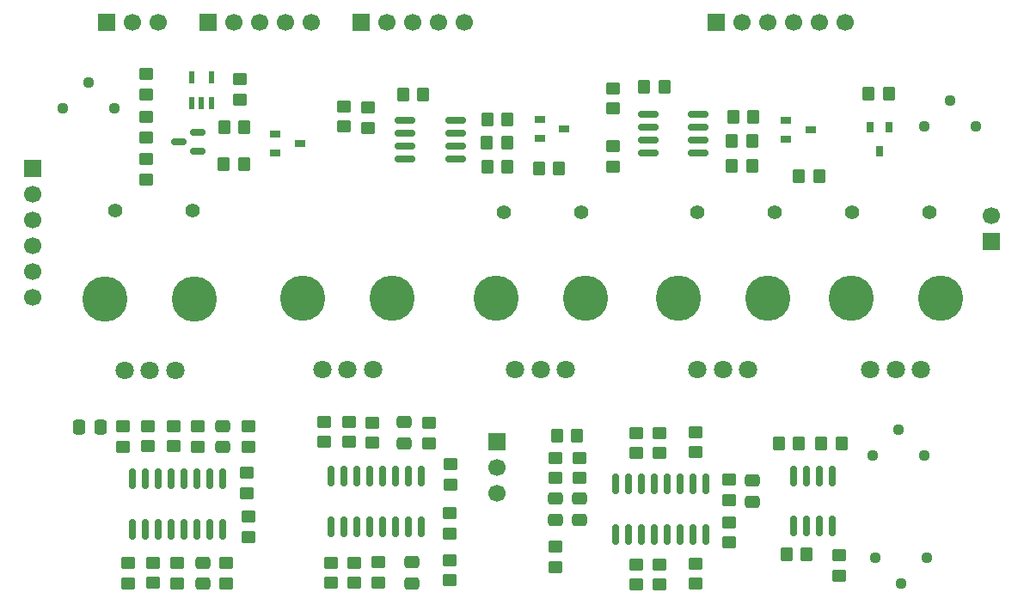
<source format=gbr>
%TF.GenerationSoftware,KiCad,Pcbnew,9.0.3*%
%TF.CreationDate,2025-10-30T19:41:25+09:00*%
%TF.ProjectId,VCF_VCABoard,5643465f-5643-4414-926f-6172642e6b69,rev?*%
%TF.SameCoordinates,Original*%
%TF.FileFunction,Soldermask,Top*%
%TF.FilePolarity,Negative*%
%FSLAX46Y46*%
G04 Gerber Fmt 4.6, Leading zero omitted, Abs format (unit mm)*
G04 Created by KiCad (PCBNEW 9.0.3) date 2025-10-30 19:41:25*
%MOMM*%
%LPD*%
G01*
G04 APERTURE LIST*
G04 Aperture macros list*
%AMRoundRect*
0 Rectangle with rounded corners*
0 $1 Rounding radius*
0 $2 $3 $4 $5 $6 $7 $8 $9 X,Y pos of 4 corners*
0 Add a 4 corners polygon primitive as box body*
4,1,4,$2,$3,$4,$5,$6,$7,$8,$9,$2,$3,0*
0 Add four circle primitives for the rounded corners*
1,1,$1+$1,$2,$3*
1,1,$1+$1,$4,$5*
1,1,$1+$1,$6,$7*
1,1,$1+$1,$8,$9*
0 Add four rect primitives between the rounded corners*
20,1,$1+$1,$2,$3,$4,$5,0*
20,1,$1+$1,$4,$5,$6,$7,0*
20,1,$1+$1,$6,$7,$8,$9,0*
20,1,$1+$1,$8,$9,$2,$3,0*%
G04 Aperture macros list end*
%ADD10C,1.400000*%
%ADD11RoundRect,0.250000X0.350000X0.450000X-0.350000X0.450000X-0.350000X-0.450000X0.350000X-0.450000X0*%
%ADD12RoundRect,0.250000X0.475000X-0.337500X0.475000X0.337500X-0.475000X0.337500X-0.475000X-0.337500X0*%
%ADD13C,1.800000*%
%ADD14C,4.455000*%
%ADD15RoundRect,0.250000X0.450000X-0.350000X0.450000X0.350000X-0.450000X0.350000X-0.450000X-0.350000X0*%
%ADD16R,1.000000X0.800000*%
%ADD17C,1.120000*%
%ADD18RoundRect,0.250000X-0.450000X0.350000X-0.450000X-0.350000X0.450000X-0.350000X0.450000X0.350000X0*%
%ADD19RoundRect,0.250000X-0.350000X-0.450000X0.350000X-0.450000X0.350000X0.450000X-0.350000X0.450000X0*%
%ADD20R,1.700000X1.700000*%
%ADD21C,1.700000*%
%ADD22RoundRect,0.250000X-0.475000X0.337500X-0.475000X-0.337500X0.475000X-0.337500X0.475000X0.337500X0*%
%ADD23RoundRect,0.150000X-0.825000X-0.150000X0.825000X-0.150000X0.825000X0.150000X-0.825000X0.150000X0*%
%ADD24R,0.600000X1.200000*%
%ADD25RoundRect,0.150000X0.150000X-0.825000X0.150000X0.825000X-0.150000X0.825000X-0.150000X-0.825000X0*%
%ADD26RoundRect,0.150000X0.587500X0.150000X-0.587500X0.150000X-0.587500X-0.150000X0.587500X-0.150000X0*%
%ADD27RoundRect,0.250000X-0.337500X-0.475000X0.337500X-0.475000X0.337500X0.475000X-0.337500X0.475000X0*%
%ADD28R,0.800000X1.000000*%
G04 APERTURE END LIST*
D10*
%TO.C,R36*%
X142715000Y-106657000D03*
X135095000Y-106657000D03*
%TD*%
D11*
%TO.C,R80*%
X149359000Y-129488000D03*
X147359000Y-129488000D03*
%TD*%
D12*
%TO.C,C4*%
X88392000Y-129812500D03*
X88392000Y-127737500D03*
%TD*%
D13*
%TO.C,VR12*%
X98183000Y-122166000D03*
X100683000Y-122166000D03*
X103183000Y-122166000D03*
D14*
X96283000Y-115166000D03*
X105083000Y-115166000D03*
%TD*%
D15*
%TO.C,R46*%
X90058000Y-95581000D03*
X90058000Y-93581000D03*
%TD*%
%TO.C,R29*%
X90805000Y-134347000D03*
X90805000Y-132347000D03*
%TD*%
D16*
%TO.C,Q5*%
X119636000Y-97533000D03*
X119636000Y-99433000D03*
X122036000Y-98483000D03*
%TD*%
D17*
%TO.C,VR17*%
X152400000Y-130660000D03*
X154940000Y-128120000D03*
X157480000Y-130660000D03*
%TD*%
D16*
%TO.C,Q4*%
X143876000Y-97594000D03*
X143876000Y-99494000D03*
X146276000Y-98544000D03*
%TD*%
D15*
%TO.C,R64*%
X138303000Y-135047000D03*
X138303000Y-133047000D03*
%TD*%
%TO.C,R30*%
X110871000Y-133526000D03*
X110871000Y-131526000D03*
%TD*%
D10*
%TO.C,R37*%
X157955000Y-106657000D03*
X150335000Y-106657000D03*
%TD*%
D18*
%TO.C,R27*%
X90932000Y-127794000D03*
X90932000Y-129794000D03*
%TD*%
D13*
%TO.C,VR15*%
X135140000Y-122166000D03*
X137640000Y-122166000D03*
X140140000Y-122166000D03*
D14*
X133240000Y-115166000D03*
X142040000Y-115166000D03*
%TD*%
D19*
%TO.C,R60*%
X129925000Y-94353000D03*
X131925000Y-94353000D03*
%TD*%
D20*
%TO.C,J4*%
X87000000Y-88000000D03*
D21*
X89540000Y-88000000D03*
X92080000Y-88000000D03*
X94620000Y-88000000D03*
X97160000Y-88000000D03*
%TD*%
D18*
%TO.C,R28*%
X108712000Y-127462000D03*
X108712000Y-129462000D03*
%TD*%
D13*
%TO.C,VR25*%
X117188000Y-122151000D03*
X119688000Y-122151000D03*
X122188000Y-122151000D03*
D14*
X115288000Y-115151000D03*
X124088000Y-115151000D03*
%TD*%
D15*
%TO.C,R71*%
X121158000Y-141651000D03*
X121158000Y-139651000D03*
%TD*%
D19*
%TO.C,R83*%
X114445000Y-97528000D03*
X116445000Y-97528000D03*
%TD*%
%TO.C,R78*%
X106144000Y-95115000D03*
X108144000Y-95115000D03*
%TD*%
D15*
%TO.C,R87*%
X103759000Y-143178000D03*
X103759000Y-141178000D03*
%TD*%
D22*
%TO.C,C10*%
X107061000Y-141181000D03*
X107061000Y-143256000D03*
%TD*%
D23*
%TO.C,U3*%
X130309000Y-97053000D03*
X130309000Y-98323000D03*
X130309000Y-99593000D03*
X130309000Y-100863000D03*
X135259000Y-100863000D03*
X135259000Y-99593000D03*
X135259000Y-98323000D03*
X135259000Y-97053000D03*
%TD*%
D15*
%TO.C,R52*%
X126845000Y-102211000D03*
X126845000Y-100211000D03*
%TD*%
D24*
%TO.C,IC1*%
X85364000Y-95942000D03*
X86314000Y-95942000D03*
X87264000Y-95942000D03*
X87264000Y-93442000D03*
X85364000Y-93442000D03*
%TD*%
D20*
%TO.C,J3*%
X77000000Y-88000000D03*
D21*
X79540000Y-88000000D03*
X82080000Y-88000000D03*
%TD*%
D18*
%TO.C,R58*%
X131445000Y-128413000D03*
X131445000Y-130413000D03*
%TD*%
D11*
%TO.C,R56*%
X123301000Y-128713000D03*
X121301000Y-128713000D03*
%TD*%
D15*
%TO.C,R92*%
X88773000Y-143240000D03*
X88773000Y-141240000D03*
%TD*%
D13*
%TO.C,VR11*%
X152158000Y-122166000D03*
X154658000Y-122166000D03*
X157158000Y-122166000D03*
D14*
X150258000Y-115166000D03*
X159058000Y-115166000D03*
%TD*%
D18*
%TO.C,R93*%
X110744000Y-136352000D03*
X110744000Y-138352000D03*
%TD*%
%TO.C,R3*%
X98425000Y-127335000D03*
X98425000Y-129335000D03*
%TD*%
%TO.C,R26*%
X100838000Y-127335000D03*
X100838000Y-129335000D03*
%TD*%
D25*
%TO.C,U2*%
X79502000Y-137919000D03*
X80772000Y-137919000D03*
X82042000Y-137919000D03*
X83312000Y-137919000D03*
X84582000Y-137919000D03*
X85852000Y-137919000D03*
X87122000Y-137919000D03*
X88392000Y-137919000D03*
X88392000Y-132969000D03*
X87122000Y-132969000D03*
X85852000Y-132969000D03*
X84582000Y-132969000D03*
X83312000Y-132969000D03*
X82042000Y-132969000D03*
X80772000Y-132969000D03*
X79502000Y-132969000D03*
%TD*%
D11*
%TO.C,R84*%
X145930000Y-140410000D03*
X143930000Y-140410000D03*
%TD*%
%TO.C,R86*%
X121541000Y-102354000D03*
X119541000Y-102354000D03*
%TD*%
D15*
%TO.C,R91*%
X110744000Y-142970000D03*
X110744000Y-140970000D03*
%TD*%
D11*
%TO.C,R49*%
X90523000Y-101973000D03*
X88523000Y-101973000D03*
%TD*%
D12*
%TO.C,C8*%
X106299000Y-129434500D03*
X106299000Y-127359500D03*
%TD*%
D18*
%TO.C,R63*%
X135001000Y-128332000D03*
X135001000Y-130332000D03*
%TD*%
D20*
%TO.C,J6*%
X137000000Y-88000000D03*
D21*
X139540000Y-88000000D03*
X142080000Y-88000000D03*
X144620000Y-88000000D03*
X147160000Y-88000000D03*
X149700000Y-88000000D03*
%TD*%
D15*
%TO.C,R77*%
X138303000Y-139238000D03*
X138303000Y-137238000D03*
%TD*%
D17*
%TO.C,VR16*%
X157734000Y-140768000D03*
X155194000Y-143308000D03*
X152654000Y-140768000D03*
%TD*%
D20*
%TO.C,J10*%
X164084000Y-109601000D03*
D21*
X164084000Y-107061000D03*
%TD*%
D15*
%TO.C,R74*%
X100330000Y-98266000D03*
X100330000Y-96266000D03*
%TD*%
%TO.C,R75*%
X135001000Y-143302000D03*
X135001000Y-141302000D03*
%TD*%
D23*
%TO.C,U4*%
X106366000Y-97655000D03*
X106366000Y-98925000D03*
X106366000Y-100195000D03*
X106366000Y-101465000D03*
X111316000Y-101465000D03*
X111316000Y-100195000D03*
X111316000Y-98925000D03*
X111316000Y-97655000D03*
%TD*%
D18*
%TO.C,R14*%
X83566000Y-127759000D03*
X83566000Y-129759000D03*
%TD*%
%TO.C,R54*%
X121158000Y-130888000D03*
X121158000Y-132888000D03*
%TD*%
%TO.C,R59*%
X129159000Y-128413000D03*
X129159000Y-130413000D03*
%TD*%
D19*
%TO.C,R85*%
X143168000Y-129488000D03*
X145168000Y-129488000D03*
%TD*%
D15*
%TO.C,R57*%
X126873000Y-96488000D03*
X126873000Y-94488000D03*
%TD*%
D25*
%TO.C,U8*%
X127127000Y-138427000D03*
X128397000Y-138427000D03*
X129667000Y-138427000D03*
X130937000Y-138427000D03*
X132207000Y-138427000D03*
X133477000Y-138427000D03*
X134747000Y-138427000D03*
X136017000Y-138427000D03*
X136017000Y-133477000D03*
X134747000Y-133477000D03*
X133477000Y-133477000D03*
X132207000Y-133477000D03*
X130937000Y-133477000D03*
X129667000Y-133477000D03*
X128397000Y-133477000D03*
X127127000Y-133477000D03*
%TD*%
D15*
%TO.C,R90*%
X81534000Y-143224000D03*
X81534000Y-141224000D03*
%TD*%
D18*
%TO.C,R18*%
X81026000Y-127759000D03*
X81026000Y-129759000D03*
%TD*%
D12*
%TO.C,C5*%
X123571000Y-136989500D03*
X123571000Y-134914500D03*
%TD*%
D18*
%TO.C,R31*%
X99060000Y-141224000D03*
X99060000Y-143224000D03*
%TD*%
D11*
%TO.C,R62*%
X140545000Y-102100000D03*
X138545000Y-102100000D03*
%TD*%
D26*
%TO.C,Q7*%
X85951000Y-100703000D03*
X85951000Y-98803000D03*
X84076000Y-99753000D03*
%TD*%
D13*
%TO.C,VR13*%
X78707000Y-122279000D03*
X81207000Y-122279000D03*
X83707000Y-122279000D03*
D14*
X76807000Y-115279000D03*
X85607000Y-115279000D03*
%TD*%
D18*
%TO.C,R15*%
X103124000Y-127397000D03*
X103124000Y-129397000D03*
%TD*%
D11*
%TO.C,R50*%
X90553000Y-98290000D03*
X88553000Y-98290000D03*
%TD*%
D20*
%TO.C,J2*%
X102000000Y-88000000D03*
D21*
X104540000Y-88000000D03*
X107080000Y-88000000D03*
X109620000Y-88000000D03*
X112160000Y-88000000D03*
%TD*%
D27*
%TO.C,C3*%
X74273500Y-127889000D03*
X76348500Y-127889000D03*
%TD*%
D15*
%TO.C,R89*%
X101346000Y-143224000D03*
X101346000Y-141224000D03*
%TD*%
D22*
%TO.C,C11*%
X86487000Y-141202500D03*
X86487000Y-143277500D03*
%TD*%
D15*
%TO.C,R72*%
X131445000Y-143367000D03*
X131445000Y-141367000D03*
%TD*%
D20*
%TO.C,J7*%
X115443000Y-129299000D03*
D21*
X115443000Y-131839000D03*
X115443000Y-134379000D03*
%TD*%
D15*
%TO.C,R79*%
X149098000Y-142478000D03*
X149098000Y-140478000D03*
%TD*%
D16*
%TO.C,Q3*%
X93584000Y-98991000D03*
X93584000Y-100891000D03*
X95984000Y-99941000D03*
%TD*%
D12*
%TO.C,C6*%
X121158000Y-136989500D03*
X121158000Y-134914500D03*
%TD*%
D11*
%TO.C,R81*%
X116429000Y-99814000D03*
X114429000Y-99814000D03*
%TD*%
D12*
%TO.C,C7*%
X140589000Y-135211500D03*
X140589000Y-133136500D03*
%TD*%
D15*
%TO.C,R51*%
X80871000Y-103465000D03*
X80871000Y-101465000D03*
%TD*%
D25*
%TO.C,U5*%
X99060000Y-137662000D03*
X100330000Y-137662000D03*
X101600000Y-137662000D03*
X102870000Y-137662000D03*
X104140000Y-137662000D03*
X105410000Y-137662000D03*
X106680000Y-137662000D03*
X107950000Y-137662000D03*
X107950000Y-132712000D03*
X106680000Y-132712000D03*
X105410000Y-132712000D03*
X104140000Y-132712000D03*
X102870000Y-132712000D03*
X101600000Y-132712000D03*
X100330000Y-132712000D03*
X99060000Y-132712000D03*
%TD*%
D11*
%TO.C,R82*%
X116445000Y-102227000D03*
X114445000Y-102227000D03*
%TD*%
D15*
%TO.C,R88*%
X83947000Y-143240000D03*
X83947000Y-141240000D03*
%TD*%
%TO.C,R73*%
X129159000Y-143367000D03*
X129159000Y-141367000D03*
%TD*%
D25*
%TO.C,U6*%
X144653000Y-137616000D03*
X145923000Y-137616000D03*
X147193000Y-137616000D03*
X148463000Y-137616000D03*
X148463000Y-132666000D03*
X147193000Y-132666000D03*
X145923000Y-132666000D03*
X144653000Y-132666000D03*
%TD*%
D18*
%TO.C,R53*%
X123571000Y-130888000D03*
X123571000Y-132888000D03*
%TD*%
%TO.C,R2*%
X78613000Y-127778000D03*
X78613000Y-129778000D03*
%TD*%
D28*
%TO.C,Q2*%
X154018000Y-98290000D03*
X152118000Y-98290000D03*
X153068000Y-100690000D03*
%TD*%
D15*
%TO.C,R76*%
X102683000Y-98401000D03*
X102683000Y-96401000D03*
%TD*%
D18*
%TO.C,R1*%
X85979000Y-127775000D03*
X85979000Y-129775000D03*
%TD*%
D11*
%TO.C,R68*%
X147161000Y-103124000D03*
X145161000Y-103124000D03*
%TD*%
D19*
%TO.C,R65*%
X138672000Y-97274000D03*
X140672000Y-97274000D03*
%TD*%
D15*
%TO.C,R47*%
X80871000Y-99290000D03*
X80871000Y-97290000D03*
%TD*%
D18*
%TO.C,R48*%
X80871000Y-93099000D03*
X80871000Y-95099000D03*
%TD*%
D11*
%TO.C,R33*%
X154007000Y-94988000D03*
X152007000Y-94988000D03*
%TD*%
D18*
%TO.C,R94*%
X90932000Y-136665000D03*
X90932000Y-138665000D03*
%TD*%
D10*
%TO.C,R35*%
X123665000Y-106657000D03*
X116045000Y-106657000D03*
%TD*%
%TO.C,R34*%
X77818000Y-106530000D03*
X85438000Y-106530000D03*
%TD*%
D17*
%TO.C,VR19*%
X72616000Y-96411000D03*
X75156000Y-93871000D03*
X77696000Y-96411000D03*
%TD*%
%TO.C,VR26*%
X157452000Y-98189000D03*
X159992000Y-95649000D03*
X162532000Y-98189000D03*
%TD*%
D11*
%TO.C,R61*%
X140545000Y-99687000D03*
X138545000Y-99687000D03*
%TD*%
D20*
%TO.C,J1*%
X69723000Y-102362000D03*
D21*
X69723000Y-104902000D03*
X69723000Y-107442000D03*
X69723000Y-109982000D03*
X69723000Y-112522000D03*
X69723000Y-115062000D03*
%TD*%
D18*
%TO.C,R32*%
X79121000Y-141240000D03*
X79121000Y-143240000D03*
%TD*%
M02*

</source>
